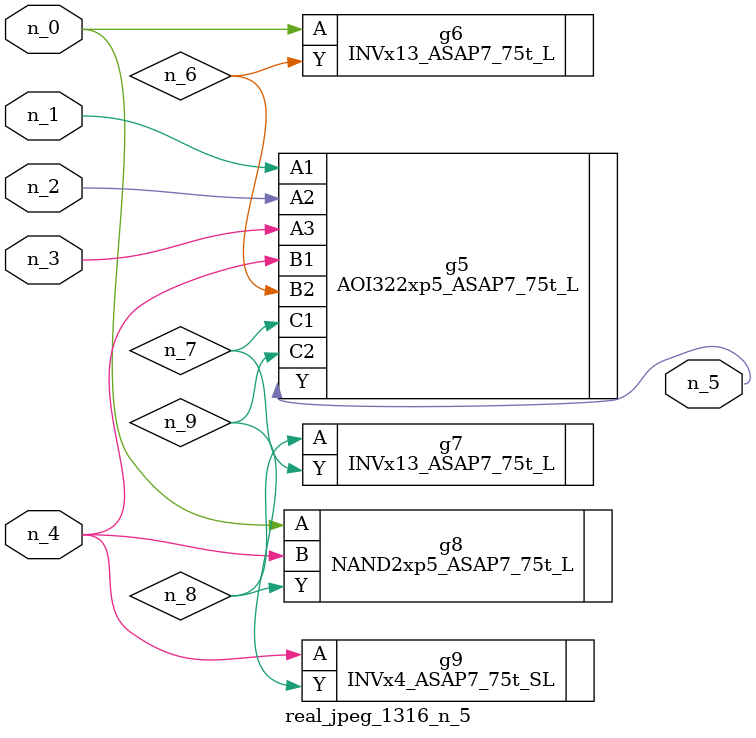
<source format=v>
module real_jpeg_1316_n_5 (n_4, n_0, n_1, n_2, n_3, n_5);

input n_4;
input n_0;
input n_1;
input n_2;
input n_3;

output n_5;

wire n_8;
wire n_6;
wire n_7;
wire n_9;

INVx13_ASAP7_75t_L g6 ( 
.A(n_0),
.Y(n_6)
);

NAND2xp5_ASAP7_75t_L g8 ( 
.A(n_0),
.B(n_4),
.Y(n_8)
);

AOI322xp5_ASAP7_75t_L g5 ( 
.A1(n_1),
.A2(n_2),
.A3(n_3),
.B1(n_4),
.B2(n_6),
.C1(n_7),
.C2(n_9),
.Y(n_5)
);

INVx4_ASAP7_75t_SL g9 ( 
.A(n_4),
.Y(n_9)
);

INVx13_ASAP7_75t_L g7 ( 
.A(n_8),
.Y(n_7)
);


endmodule
</source>
